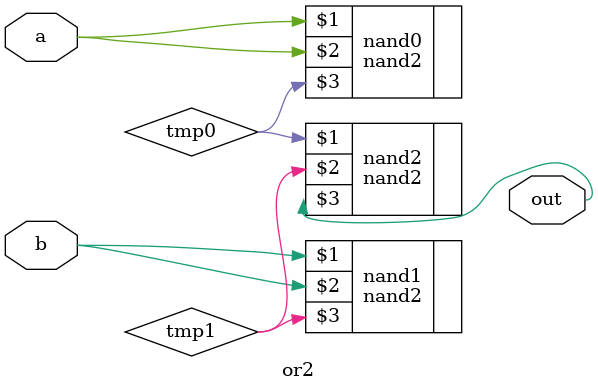
<source format=v>
module or2(input a,input b,  output out);  

  wire tmp0;
  wire tmp1;
  
  nand2 nand0(a,a,tmp0); 
  nand2 nand1(b,b,tmp1); 
  nand2 nand2(tmp0,tmp1,out); 
endmodule

</source>
